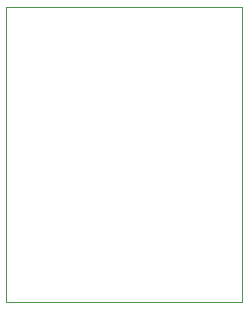
<source format=gbr>
%TF.GenerationSoftware,KiCad,Pcbnew,(5.1.8-0-10_14)*%
%TF.CreationDate,2020-11-27T11:31:21+01:00*%
%TF.ProjectId,Opto-Tacho,4f70746f-2d54-4616-9368-6f2e6b696361,rev?*%
%TF.SameCoordinates,Original*%
%TF.FileFunction,Profile,NP*%
%FSLAX46Y46*%
G04 Gerber Fmt 4.6, Leading zero omitted, Abs format (unit mm)*
G04 Created by KiCad (PCBNEW (5.1.8-0-10_14)) date 2020-11-27 11:31:21*
%MOMM*%
%LPD*%
G01*
G04 APERTURE LIST*
%TA.AperFunction,Profile*%
%ADD10C,0.050000*%
%TD*%
G04 APERTURE END LIST*
D10*
X120000000Y-93000000D02*
X120000000Y-90000000D01*
X120000000Y-68000000D02*
X120000000Y-90000000D01*
X140000000Y-68000000D02*
X120000000Y-68000000D01*
X140000000Y-93000000D02*
X140000000Y-68000000D01*
X120000000Y-93000000D02*
X140000000Y-93000000D01*
M02*

</source>
